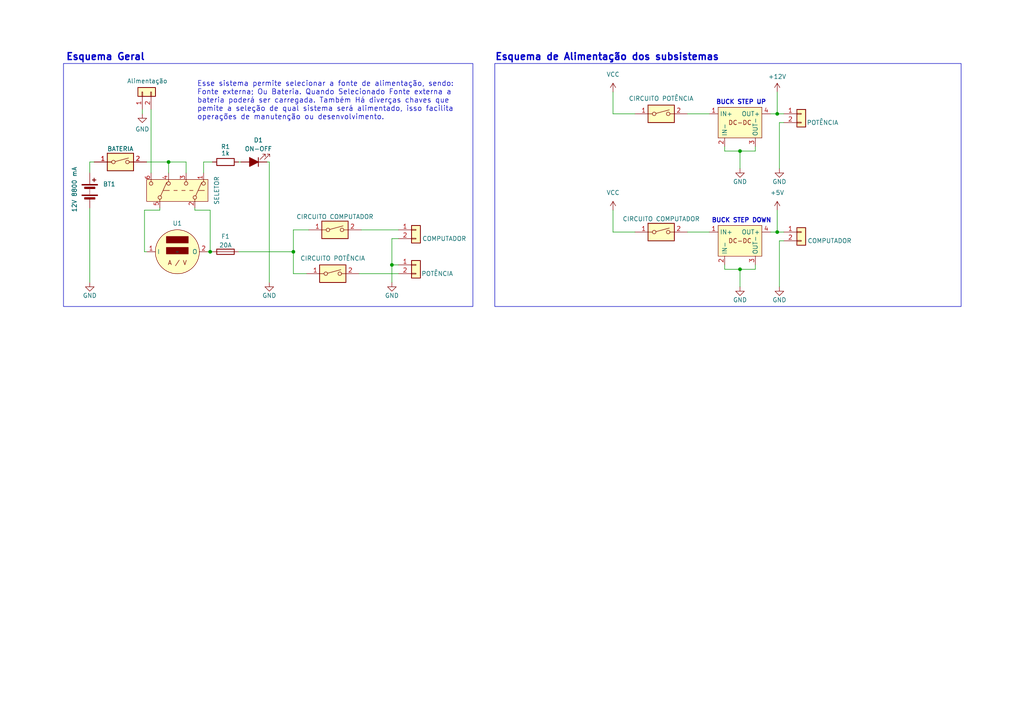
<source format=kicad_sch>
(kicad_sch (version 20230121) (generator eeschema)
  (paper "A4")
  (title_block (title "Fonte De Energia") (date "2024-02-04") (rev "0.01") (company "POR: Pedro Igor Borçatti da Silva ") (comment 4 "ESSE CIRCUITO REPRESENTA O ESQUEMA GERAL DA ALIMENTAÇÃO DO ROBÔ"))
  (lib_symbols
    (symbol "Connector_Generic:Conn_01x02" (pin_names (offset 1.016) hide)
      (property "Reference" "J" (at 0 2.54 0))
      (property "Value" "Conn_01x02" (at 0 -5.08 0))
      (symbol "Conn_01x02_1_1"
        (rectangle (start -1.27 -2.413) (end 0 -2.667) (stroke (width 0.1524)))
        (rectangle (start -1.27 0.127) (end 0 -0.127) (stroke (width 0.1524)))
        (rectangle (start -1.27 1.27) (end 1.27 -3.81) (stroke (width 0.254)) (fill (type background)))
        (pin passive line (at -5.08 0 0) (length 3.81) (name "Pin_1") (number "1"))
        (pin passive line (at -5.08 -2.54 0) (length 3.81) (name "Pin_2") (number "2"))
      )
    )
    (symbol "Device:Battery" (pin_numbers hide) (pin_names (offset 0) hide)
      (property "Reference" "BT" (at 2.54 2.54 0))
      (property "Value" "Battery" (at 2.54 0 0))
      (symbol "Battery_0_1"
        (rectangle (start -2.286 -1.27) (end 2.286 -1.524) (fill (type outline)))
        (rectangle (start -2.286 1.778) (end 2.286 1.524) (fill (type outline)))
        (rectangle (start -1.524 -2.032) (end 1.524 -2.54) (fill (type outline)))
        (rectangle (start -1.524 1.016) (end 1.524 0.508) (fill (type outline)))
        (polyline (pts (xy 0 -1.016) (xy 0 -0.762)))
        (polyline (pts (xy 0 -0.508) (xy 0 -0.254)))
        (polyline (pts (xy 0 0) (xy 0 0.254)))
        (polyline (pts (xy 0 1.778) (xy 0 2.54)))
        (polyline (pts (xy 0.762 3.048) (xy 1.778 3.048)) (stroke (width 0.254)))
        (polyline (pts (xy 1.27 3.556) (xy 1.27 2.54)) (stroke (width 0.254)))
      )
      (symbol "Battery_1_1"
        (pin passive line (at 0 5.08 270) (length 2.54) (name "+") (number "1"))
        (pin passive line (at 0 -5.08 90) (length 2.54) (name "-") (number "2"))
      )
    )
    (symbol "Device:Fuse" (pin_numbers hide) (pin_names (offset 0))
      (property "Reference" "F" (at 2.032 0 90))
      (property "Value" "Fuse" (at -1.905 0 90))
      (symbol "Fuse_0_1"
        (rectangle (start -0.762 -2.54) (end 0.762 2.54) (stroke (width 0.254)))
        (polyline (pts (xy 0 2.54) (xy 0 -2.54)))
      )
      (symbol "Fuse_1_1"
        (pin passive line (at 0 3.81 270) (length 1.27) (name "~") (number "1"))
        (pin passive line (at 0 -3.81 90) (length 1.27) (name "~") (number "2"))
      )
    )
    (symbol "Device:LED_Filled" (pin_numbers hide) (pin_names (offset 1.016) hide)
      (property "Reference" "D" (at 0 2.54 0))
      (property "Value" "LED_Filled" (at 0 -2.54 0))
      (symbol "LED_Filled_0_1"
        (polyline (pts (xy -1.27 -1.27) (xy -1.27 1.27)) (stroke (width 0.254)))
        (polyline (pts (xy -1.27 0) (xy 1.27 0)))
        (polyline (pts (xy 1.27 -1.27) (xy 1.27 1.27) (xy -1.27 0) (xy 1.27 -1.27)) (stroke (width 0.254)) (fill (type outline)))
        (polyline (pts (xy -3.048 -0.762) (xy -4.572 -2.286) (xy -3.81 -2.286) (xy -4.572 -2.286) (xy -4.572 -1.524)))
        (polyline (pts (xy -1.778 -0.762) (xy -3.302 -2.286) (xy -2.54 -2.286) (xy -3.302 -2.286) (xy -3.302 -1.524)))
      )
      (symbol "LED_Filled_1_1"
        (pin passive line (at -3.81 0 0) (length 2.54) (name "K") (number "1"))
        (pin passive line (at 3.81 0 180) (length 2.54) (name "A") (number "2"))
      )
    )
    (symbol "Device:R" (pin_numbers hide) (pin_names (offset 0))
      (property "Reference" "R" (at 2.032 0 90))
      (property "Value" "R" (at 0 0 90))
      (symbol "R_0_1"
        (rectangle (start -1.016 -2.54) (end 1.016 2.54) (stroke (width 0.254)))
      )
      (symbol "R_1_1"
        (pin passive line (at 0 3.81 270) (length 1.27) (name "~") (number "1"))
        (pin passive line (at 0 -3.81 90) (length 1.27) (name "~") (number "2"))
      )
    )
    (symbol "MyLib2-ALL:DC-DC"
      (property "Reference" "U" (at -5.715 5.715 0))
      (symbol "DC-DC_1_1"
        (rectangle (start -6.35 4.445) (end 6.35 -4.445) (fill (type background)))
        (text "DC-DC" (at 0 0 0) (effects (font (size 1.27 1.27))))
        (pin input line (at -8.89 2.54 0) (length 2.54) (name "IN+") (number "1"))
        (pin input line (at -4.445 -6.985 90) (length 2.54) (name "IN-") (number "2"))
        (pin input line (at 4.445 -6.985 90) (length 2.54) (name "OUT-") (number "3"))
        (pin input line (at 8.89 2.54 180) (length 2.54) (name "OUT+") (number "4"))
      )
    )
    (symbol "MyLib2-ALL:medidor"
      (property "Reference" "U" (at -4.445 6.985 0))
      (symbol "medidor_1_1"
        (rectangle (start -3.175 1.27) (end 3.175 -0.635) (fill (type outline)))
        (rectangle (start -3.175 4.445) (end 3.175 2.54) (fill (type outline)))
        (circle (center 0 0) (radius 6.3817) (fill (type background)))
        (text "A / V" (at 0 -3.175 0) (effects (font (size 1.27 1.27))))
        (pin input line (at -8.89 0 0) (length 2.54) (name "I") (number "1"))
        (pin output line (at 8.89 0 180) (length 2.54) (name "O") (number "2"))
      )
    )
    (symbol "Switch:SW_DIP_x01" (pin_names (offset 0) hide)
      (property "Reference" "SW" (at 0 3.81 0))
      (property "Value" "SW_DIP_x01" (at 0 -3.81 0))
      (symbol "SW_DIP_x01_0_0"
        (circle (center -2.032 0) (radius 0.508))
        (polyline (pts (xy -1.524 0.127) (xy 2.3622 1.1684)))
        (circle (center 2.032 0) (radius 0.508))
      )
      (symbol "SW_DIP_x01_0_1"
        (rectangle (start -3.81 2.54) (end 3.81 -2.54) (stroke (width 0.254)) (fill (type background)))
      )
      (symbol "SW_DIP_x01_1_1"
        (pin passive line (at -7.62 0 0) (length 5.08) (name "~") (number "1"))
        (pin passive line (at 7.62 0 180) (length 5.08) (name "~") (number "2"))
      )
    )
    (symbol "Switch:SW_Push_DPDT" (pin_names (offset 0) hide)
      (property "Reference" "SW" (at 0 10.16 0))
      (property "Value" "SW_Push_DPDT" (at 0 -10.16 0))
      (symbol "SW_Push_DPDT_0_0"
        (circle (center -2.032 -5.08) (radius 0.508))
        (circle (center -2.032 5.08) (radius 0.508))
        (circle (center 2.032 -7.62) (radius 0.508))
        (circle (center 2.032 2.54) (radius 0.508))
      )
      (symbol "SW_Push_DPDT_0_1"
        (polyline (pts (xy -1.524 -4.826) (xy 2.3368 -3.0988)))
        (polyline (pts (xy -1.524 5.334) (xy 2.3368 7.0612)))
        (polyline (pts (xy 0 -2.286) (xy 0 -4.064)))
        (polyline (pts (xy 0 -1.016) (xy 0 0)))
        (polyline (pts (xy 0 1.27) (xy 0 2.286)))
        (polyline (pts (xy 0 3.556) (xy 0 4.572)))
        (polyline (pts (xy 0 7.874) (xy 0 6.096)))
        (circle (center 2.032 -2.54) (radius 0.508))
        (circle (center 2.032 7.62) (radius 0.508))
      )
      (symbol "SW_Push_DPDT_1_1"
        (rectangle (start -3.175 8.89) (end 3.175 -8.89) (fill (type background)))
        (pin passive line (at 5.08 7.62 180) (length 2.54) (name "A") (number "1"))
        (pin passive line (at -5.08 5.08 0) (length 2.54) (name "B") (number "2"))
        (pin passive line (at 5.08 2.54 180) (length 2.54) (name "C") (number "3"))
        (pin passive line (at 5.08 -2.54 180) (length 2.54) (name "A") (number "4"))
        (pin passive line (at -5.08 -5.08 0) (length 2.54) (name "B") (number "5"))
        (pin passive line (at 5.08 -7.62 180) (length 2.54) (name "C") (number "6"))
      )
    )
    (symbol "power:+12V" (power) (pin_names (offset 0))
      (property "Value" "+12V" (at 0 3.556 0))
      (symbol "+12V_0_1"
        (polyline (pts (xy -0.762 1.27) (xy 0 2.54)))
        (polyline (pts (xy 0 0) (xy 0 2.54)))
        (polyline (pts (xy 0 2.54) (xy 0.762 1.27)))
      )
      (symbol "+12V_1_1"
        (pin power_in line (at 0 0 90) (length 0) hide (name "+12V") (number "1"))
      )
    )
    (symbol "power:+5V" (power) (pin_names (offset 0))
      (property "Value" "+5V" (at 0 3.556 0))
      (symbol "+5V_0_1"
        (polyline (pts (xy -0.762 1.27) (xy 0 2.54)))
        (polyline (pts (xy 0 0) (xy 0 2.54)))
        (polyline (pts (xy 0 2.54) (xy 0.762 1.27)))
      )
      (symbol "+5V_1_1"
        (pin power_in line (at 0 0 90) (length 0) hide (name "+5V") (number "1"))
      )
    )
    (symbol "power:GND" (power) (pin_names (offset 0))
      (property "Value" "GND" (at 0 -3.81 0))
      (symbol "GND_0_1"
        (polyline (pts (xy 0 0) (xy 0 -1.27) (xy 1.27 -1.27) (xy 0 -2.54) (xy -1.27 -1.27) (xy 0 -1.27)))
      )
      (symbol "GND_1_1"
        (pin power_in line (at 0 0 270) (length 0) hide (name "GND") (number "1"))
      )
    )
    (symbol "power:VCC" (power) (pin_names (offset 0))
      (property "Value" "VCC" (at 0 3.81 0))
      (symbol "VCC_0_1"
        (polyline (pts (xy -0.762 1.27) (xy 0 2.54)))
        (polyline (pts (xy 0 0) (xy 0 2.54)))
        (polyline (pts (xy 0 2.54) (xy 0.762 1.27)))
      )
      (symbol "VCC_1_1"
        (pin power_in line (at 0 0 90) (length 0) hide (name "VCC") (number "1"))
      )
    )
  )
  (junction (at 60.96 73.025))
  (junction (at 214.63 78.105))
  (junction (at 214.63 43.815))
  (junction (at 48.895 46.99))
  (junction (at 85.09 73.025))
  (junction (at 225.425 67.31))
  (junction (at 225.425 33.02))
  (junction (at 113.665 76.835))
  (wire (pts (xy 46.355 60.325) (xy 46.355 60.96)))
  (wire (pts (xy 41.91 60.96) (xy 41.91 73.025)))
  (wire (pts (xy 46.355 60.96) (xy 41.91 60.96)))
  (wire (pts (xy 26.035 46.99) (xy 27.305 46.99)))
  (wire (pts (xy 85.09 66.675) (xy 85.09 73.025)))
  (wire (pts (xy 85.09 73.025) (xy 85.09 79.375)))
  (wire (pts (xy 42.545 73.025) (xy 41.91 73.025)))
  (wire (pts (xy 59.055 50.165) (xy 59.055 46.99)))
  (wire (pts (xy 199.39 33.02) (xy 205.74 33.02)))
  (wire (pts (xy 219.075 42.545) (xy 219.075 43.815)))
  (wire (pts (xy 41.275 31.75) (xy 41.275 33.02)))
  (wire (pts (xy 225.425 67.31) (xy 227.33 67.31)))
  (wire (pts (xy 69.85 46.99) (xy 69.215 46.99)))
  (wire (pts (xy 210.185 43.815) (xy 210.185 42.545)))
  (wire (pts (xy 53.975 50.165) (xy 53.975 46.99)))
  (wire (pts (xy 59.055 46.99) (xy 61.595 46.99)))
  (wire (pts (xy 226.06 48.895) (xy 226.06 35.56)))
  (wire (pts (xy 42.545 46.99) (xy 48.895 46.99)))
  (wire (pts (xy 85.09 66.675) (xy 89.535 66.675)))
  (wire (pts (xy 48.895 50.165) (xy 48.895 46.99)))
  (wire (pts (xy 219.075 76.835) (xy 219.075 78.105)))
  (wire (pts (xy 225.425 33.02) (xy 227.33 33.02)))
  (wire (pts (xy 88.9 79.375) (xy 85.09 79.375)))
  (wire (pts (xy 115.57 69.215) (xy 113.665 69.215)))
  (wire (pts (xy 26.035 60.325) (xy 26.035 81.915)))
  (wire (pts (xy 53.975 46.99) (xy 48.895 46.99)))
  (wire (pts (xy 56.515 60.325) (xy 56.515 60.96)))
  (wire (pts (xy 210.185 78.105) (xy 210.185 76.835)))
  (wire (pts (xy 78.105 46.99) (xy 77.47 46.99)))
  (wire (pts (xy 226.06 69.85) (xy 226.06 83.185)))
  (wire (pts (xy 113.665 69.215) (xy 113.665 76.835)))
  (wire (pts (xy 219.075 78.105) (xy 214.63 78.105)))
  (wire (pts (xy 60.96 60.96) (xy 60.96 73.025)))
  (wire (pts (xy 43.815 31.75) (xy 43.815 50.165)))
  (wire (pts (xy 104.14 79.375) (xy 115.57 79.375)))
  (wire (pts (xy 227.33 69.85) (xy 226.06 69.85)))
  (wire (pts (xy 26.035 50.165) (xy 26.035 46.99)))
  (wire (pts (xy 113.665 76.835) (xy 113.665 81.915)))
  (wire (pts (xy 60.96 73.025) (xy 61.595 73.025)))
  (wire (pts (xy 225.425 60.96) (xy 225.425 67.31)))
  (wire (pts (xy 225.425 26.67) (xy 225.425 33.02)))
  (wire (pts (xy 69.215 73.025) (xy 85.09 73.025)))
  (wire (pts (xy 225.425 67.31) (xy 223.52 67.31)))
  (wire (pts (xy 214.63 43.815) (xy 210.185 43.815)))
  (wire (pts (xy 199.39 67.31) (xy 205.74 67.31)))
  (wire (pts (xy 60.325 73.025) (xy 60.96 73.025)))
  (wire (pts (xy 214.63 83.185) (xy 214.63 78.105)))
  (wire (pts (xy 219.075 43.815) (xy 214.63 43.815)))
  (wire (pts (xy 226.06 35.56) (xy 227.33 35.56)))
  (wire (pts (xy 78.105 81.915) (xy 78.105 46.99)))
  (wire (pts (xy 214.63 48.895) (xy 214.63 43.815)))
  (wire (pts (xy 56.515 60.96) (xy 60.96 60.96)))
  (wire (pts (xy 214.63 78.105) (xy 210.185 78.105)))
  (wire (pts (xy 225.425 33.02) (xy 223.52 33.02)))
  (wire (pts (xy 177.8 26.67) (xy 177.8 33.02)))
  (wire (pts (xy 177.8 33.02) (xy 184.15 33.02)))
  (wire (pts (xy 104.775 66.675) (xy 115.57 66.675)))
  (wire (pts (xy 177.8 67.31) (xy 184.15 67.31)))
  (wire (pts (xy 113.665 76.835) (xy 115.57 76.835)))
  (wire (pts (xy 177.8 60.96) (xy 177.8 67.31)))
  (rectangle (start 143.51 18.415) (end 278.765 88.9))
  (rectangle (start 18.415 18.415) (end 137.16 88.9))
  (text "Esse sistema permite selecionar a fonte de alimentação, sendo:\nFonte externa; Ou Bateria. Quando Selecionado Fonte externa a\nbateria poderá ser carregada. Também Há diverças chaves que\npemite a seleção de qual sistema será alimentado, isso facilita\noperações de manutenção ou desenvolvimento." (at 57.15 34.925 0) (effects (font (size 1.5 1.5)) (justify left bottom)))
  (text "BUCK STEP UP" (at 207.645 30.48 0) (effects (font (size 1.27 1.27) bold) (justify left bottom)))
  (text "Esquema de Alimentação dos subsistemas" (at 143.51 17.78 0) (effects (font (size 2 2) (thickness 0.4) bold) (justify left bottom)))
  (text "Esquema Geral" (at 19.05 17.78 0) (effects (font (size 2 2) (thickness 0.4) bold) (justify left bottom)))
  (text "BUCK STEP DOWN" (at 206.375 64.77 0) (effects (font (size 1.27 1.27) bold) (justify left bottom)))
  (symbol (lib_id "Switch:SW_DIP_x01") (at 191.77 67.31 0) (unit 1)
    (property "Reference" "SW5" (effects hide))
    (property "Value" "CIRCUITO COMPUTADOR" (at 191.77 63.5 0))
  )
  (symbol (lib_id "power:GND") (at 113.665 81.915 0) (unit 1)
    (property "Reference" "#PWR04" (effects hide))
    (property "Value" "GND" (at 113.665 85.725 0))
  )
  (symbol (lib_id "power:GND") (at 226.06 83.185 0) (unit 1)
    (property "Reference" "#PWR06" (effects hide))
    (property "Value" "GND" (at 226.06 86.995 0))
  )
  (symbol (lib_id "Switch:SW_Push_DPDT") (at 51.435 55.245 270) (mirror x) (unit 1)
    (property "Reference" "SW1" (effects hide))
    (property "Value" "SELETOR" (at 62.865 55.245 0))
  )
  (symbol (lib_id "Switch:SW_DIP_x01") (at 96.52 79.375 0) (unit 1)
    (property "Reference" "SW3" (effects hide))
    (property "Value" "CIRCUITO POTÊNCIA" (at 96.52 74.93 0))
  )
  (symbol (lib_id "power:+12V") (at 225.425 26.67 0) (unit 1)
    (property "Reference" "#PWR011" (effects hide))
    (property "Value" "+12V" (at 225.425 22.225 0))
  )
  (symbol (lib_id "Device:R") (at 65.405 46.99 90) (unit 1)
    (property "Reference" "R1" (at 65.405 42.545 90))
    (property "Value" "1k" (at 65.405 44.45 90))
  )
  (symbol (lib_id "power:GND") (at 214.63 83.185 0) (unit 1)
    (property "Reference" "#PWR09" (effects hide))
    (property "Value" "GND" (at 214.63 86.995 0))
  )
  (symbol (lib_id "MyLib2-ALL:medidor") (at 51.435 73.025 0) (unit 1)
    (property "Reference" "U1" (at 51.435 64.77 0))
    (property "Value" "~" (at 51.435 73.025 0))
  )
  (symbol (lib_id "Connector_Generic:Conn_01x02") (at 41.275 26.67 90) (unit 1)
    (property "Reference" "J1" (effects hide))
    (property "Value" "Alimentação" (at 36.83 23.495 90) (effects (justify right)))
  )
  (symbol (lib_id "Connector_Generic:Conn_01x02") (at 120.65 76.835 0) (unit 1)
    (property "Reference" "J3" (effects hide))
    (property "Value" "POTÊNCIA" (at 131.445 79.375 0) (effects (justify right)))
  )
  (symbol (lib_id "power:GND") (at 214.63 48.895 0) (unit 1)
    (property "Reference" "#PWR07" (effects hide))
    (property "Value" "GND" (at 214.63 52.705 0))
  )
  (symbol (lib_id "Device:Battery") (at 26.035 55.245 0) (unit 1)
    (property "Reference" "BT1" (at 29.845 53.4035 0) (effects (justify left)))
    (property "Value" "12V 8800 mA" (at 21.59 61.595 90) (effects (justify left)))
  )
  (symbol (lib_id "Connector_Generic:Conn_01x02") (at 120.65 66.675 0) (unit 1)
    (property "Reference" "J2" (effects hide))
    (property "Value" "COMPUTADOR" (at 135.255 69.215 0) (effects (justify right)))
  )
  (symbol (lib_id "power:+5V") (at 225.425 60.96 0) (unit 1)
    (property "Reference" "#PWR010" (effects hide))
    (property "Value" "+5V" (at 225.425 55.88 0))
  )
  (symbol (lib_id "power:GND") (at 226.06 48.895 0) (unit 1)
    (property "Reference" "#PWR012" (effects hide))
    (property "Value" "GND" (at 226.06 52.705 0))
  )
  (symbol (lib_id "power:GND") (at 26.035 81.915 0) (unit 1)
    (property "Reference" "#PWR01" (effects hide))
    (property "Value" "GND" (at 26.035 85.725 0))
  )
  (symbol (lib_id "MyLib2-ALL:DC-DC") (at 214.63 35.56 0) (unit 1)
    (property "Reference" "U2" (effects hide))
    (property "Value" "~" (at 220.345 29.845 0))
  )
  (symbol (lib_id "power:VCC") (at 177.8 60.96 0) (unit 1)
    (property "Reference" "#PWR05" (effects hide))
    (property "Value" "VCC" (at 177.8 55.88 0))
  )
  (symbol (lib_id "MyLib2-ALL:DC-DC") (at 214.63 69.85 0) (unit 1)
    (property "Reference" "U3" (effects hide))
    (property "Value" "~" (at 220.345 64.135 0))
  )
  (symbol (lib_id "power:GND") (at 41.275 33.02 0) (unit 1)
    (property "Reference" "#PWR02" (effects hide))
    (property "Value" "GND" (at 41.275 37.465 0))
  )
  (symbol (lib_id "Switch:SW_DIP_x01") (at 97.155 66.675 0) (unit 1)
    (property "Reference" "SW2" (effects hide))
    (property "Value" "CIRCUITO COMPUTADOR" (at 97.155 62.865 0))
  )
  (symbol (lib_id "Device:LED_Filled") (at 73.66 46.99 180) (unit 1)
    (property "Reference" "D1" (at 74.93 40.64 0))
    (property "Value" "ON-OFF" (at 74.93 43.18 0))
  )
  (symbol (lib_id "Switch:SW_DIP_x01") (at 191.77 33.02 0) (unit 1)
    (property "Reference" "SW6" (effects hide))
    (property "Value" "CIRCUITO POTÊNCIA" (at 191.77 28.575 0))
  )
  (symbol (lib_id "Switch:SW_DIP_x01") (at 34.925 46.99 0) (unit 1)
    (property "Reference" "SW4" (effects hide))
    (property "Value" "BATERIA" (at 34.925 43.18 0))
  )
  (symbol (lib_id "Connector_Generic:Conn_01x02") (at 232.41 33.02 0) (unit 1)
    (property "Reference" "J5" (effects hide))
    (property "Value" "POTÊNCIA" (at 243.205 35.56 0) (effects (justify right)))
  )
  (symbol (lib_id "power:GND") (at 78.105 81.915 0) (unit 1)
    (property "Reference" "#PWR03" (effects hide))
    (property "Value" "GND" (at 78.105 85.725 0))
  )
  (symbol (lib_id "power:VCC") (at 177.8 26.67 0) (unit 1)
    (property "Reference" "#PWR08" (effects hide))
    (property "Value" "VCC" (at 177.8 21.59 0))
  )
  (symbol (lib_id "Connector_Generic:Conn_01x02") (at 232.41 67.31 0) (unit 1)
    (property "Reference" "J4" (effects hide))
    (property "Value" "COMPUTADOR" (at 247.015 69.85 0) (effects (justify right)))
  )
  (symbol (lib_id "Device:Fuse") (at 65.405 73.025 90) (unit 1)
    (property "Reference" "F1" (at 65.405 68.58 90))
    (property "Value" "20A" (at 65.405 71.12 90))
  )
)
</source>
